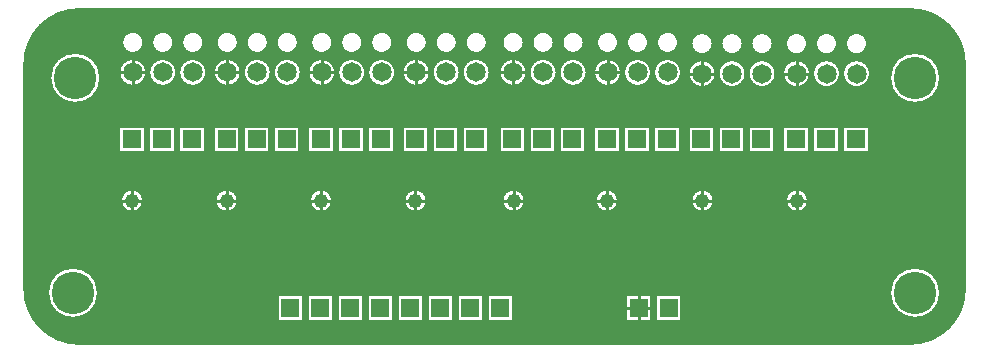
<source format=gbl>
G04 DesignSpark PCB Gerber Version 12.0 Build 5942*
%FSLAX35Y35*%
%MOMM*%
%ADD20R,1.52400X1.52400*%
%ADD13C,0.12700*%
%ADD12C,0.25400*%
%ADD18C,1.21920*%
%ADD71C,1.65000*%
%ADD19C,3.59000*%
X0Y0D02*
D02*
D12*
X42586200Y46601000D02*
X42535400D01*
X42601740Y45515000D02*
X42550940D01*
X42650000Y45466740D02*
Y45415940D01*
Y45563260D02*
Y45614060D01*
X42656000Y46531200D02*
Y46480400D01*
Y46670800D02*
Y46721600D01*
X42698260Y45515000D02*
X42749060D01*
X42725800Y46601000D02*
X42776600D01*
X43386200D02*
X43335400D01*
X43401740Y45515000D02*
X43350940D01*
X43450000Y45466740D02*
Y45415940D01*
Y45563260D02*
Y45614060D01*
X43456000Y46531200D02*
Y46480400D01*
Y46670800D02*
Y46721600D01*
X43498260Y45515000D02*
X43549060D01*
X43525800Y46601000D02*
X43576600D01*
X44186200D02*
X44135400D01*
X44201740Y45515000D02*
X44150940D01*
X44250000Y45466740D02*
Y45415940D01*
Y45563260D02*
Y45614060D01*
X44256000Y46531200D02*
Y46480400D01*
Y46670800D02*
Y46721600D01*
X44298260Y45515000D02*
X44349060D01*
X44325800Y46601000D02*
X44376600D01*
X44986200D02*
X44935400D01*
X45001740Y45515000D02*
X44950940D01*
X45050000Y45466740D02*
Y45415940D01*
Y45563260D02*
Y45614060D01*
X45056000Y46531200D02*
Y46480400D01*
Y46670800D02*
Y46721600D01*
X45098260Y45515000D02*
X45149060D01*
X45125800Y46601000D02*
X45176600D01*
X45806200D02*
X45755400D01*
X45831740Y45515000D02*
X45780940D01*
X45876000Y46531200D02*
Y46480400D01*
Y46670800D02*
Y46721600D01*
X45880000Y45466740D02*
Y45415940D01*
Y45563260D02*
Y45614060D01*
X45928260Y45515000D02*
X45979060D01*
X45945800Y46601000D02*
X45996600D01*
X46606200D02*
X46555400D01*
X46621740Y45515000D02*
X46570940D01*
X46670000Y45466740D02*
Y45415940D01*
Y45563260D02*
Y45614060D01*
X46676000Y46531200D02*
Y46480400D01*
Y46670800D02*
Y46721600D01*
X46718260Y45515000D02*
X46769060D01*
X46745800Y46601000D02*
X46796600D01*
X46876500Y44605000D02*
X46825700D01*
X46940000Y44541500D02*
Y44490700D01*
Y44668500D02*
Y44719300D01*
X47003500Y44605000D02*
X47054300D01*
X47406200Y46591000D02*
X47355400D01*
X47431740Y45515000D02*
X47380940D01*
X47476000Y46521200D02*
Y46470400D01*
Y46660800D02*
Y46711600D01*
X47480000Y45466740D02*
Y45415940D01*
Y45563260D02*
Y45614060D01*
X47528260Y45515000D02*
X47579060D01*
X47545800Y46591000D02*
X47596600D01*
X48206200D02*
X48155400D01*
X48231740Y45515000D02*
X48180940D01*
X48276000Y46521200D02*
Y46470400D01*
Y46660800D02*
Y46711600D01*
X48280000Y45466740D02*
Y45415940D01*
Y45563260D02*
Y45614060D01*
X48328260Y45515000D02*
X48379060D01*
X48345800Y46591000D02*
X48396600D01*
D02*
D13*
X41738100Y46675000D02*
Y44765000D01*
G75*
G03*
X42200000Y44303100I461900J0D01*
G01*
X49240000D01*
G75*
G03*
X49701900Y44765000I0J461900D01*
G01*
Y46675000D01*
G75*
G03*
X49240000Y47136900I-461900J0D01*
G01*
X42200000D01*
G75*
G03*
X41738100Y46675000I0J-461900D01*
G01*
X42656000Y46715250D02*
G75*
G02*
X42770250Y46601000I0J-114250D01*
G01*
G75*
G02*
X42656000Y46486750I-114250J0D01*
G01*
G75*
G02*
X42541750Y46601000I0J114250D01*
G01*
G75*
G02*
X42656000Y46715250I114250J0D01*
G01*
X42542050Y46142950D02*
X42757950D01*
Y45927050D01*
X42542050D01*
Y46142950D01*
X42557290Y45515000D02*
G75*
G02*
X42742710I92710J0D01*
G01*
G75*
G02*
X42557290I-92710J0D01*
G01*
X42656000Y46944250D02*
G75*
G02*
X42745250Y46855000I0J-89250D01*
G01*
G75*
G02*
X42656000Y46765750I-89250J0D01*
G01*
G75*
G02*
X42566750Y46855000I0J89250D01*
G01*
G75*
G02*
X42656000Y46944250I89250J0D01*
G01*
X42910000Y46715250D02*
G75*
G02*
X43024250Y46601000I0J-114250D01*
G01*
G75*
G02*
X42910000Y46486750I-114250J0D01*
G01*
G75*
G02*
X42795750Y46601000I0J114250D01*
G01*
G75*
G02*
X42910000Y46715250I114250J0D01*
G01*
X42796050Y46142950D02*
X43011950D01*
Y45927050D01*
X42796050D01*
Y46142950D01*
X42910000Y46944250D02*
G75*
G02*
X42999250Y46855000I0J-89250D01*
G01*
G75*
G02*
X42910000Y46765750I-89250J0D01*
G01*
G75*
G02*
X42820750Y46855000I0J89250D01*
G01*
G75*
G02*
X42910000Y46944250I89250J0D01*
G01*
X43164000Y46715250D02*
G75*
G02*
X43278250Y46601000I0J-114250D01*
G01*
G75*
G02*
X43164000Y46486750I-114250J0D01*
G01*
G75*
G02*
X43049750Y46601000I0J114250D01*
G01*
G75*
G02*
X43164000Y46715250I114250J0D01*
G01*
X43050050Y46142950D02*
X43265950D01*
Y45927050D01*
X43050050D01*
Y46142950D01*
X43164000Y46944250D02*
G75*
G02*
X43253250Y46855000I0J-89250D01*
G01*
G75*
G02*
X43164000Y46765750I-89250J0D01*
G01*
G75*
G02*
X43074750Y46855000I0J89250D01*
G01*
G75*
G02*
X43164000Y46944250I89250J0D01*
G01*
X43456000Y46715250D02*
G75*
G02*
X43570250Y46601000I0J-114250D01*
G01*
G75*
G02*
X43456000Y46486750I-114250J0D01*
G01*
G75*
G02*
X43341750Y46601000I0J114250D01*
G01*
G75*
G02*
X43456000Y46715250I114250J0D01*
G01*
X43342050Y46142950D02*
X43557950D01*
Y45927050D01*
X43342050D01*
Y46142950D01*
X43357290Y45515000D02*
G75*
G02*
X43542710I92710J0D01*
G01*
G75*
G02*
X43357290I-92710J0D01*
G01*
X43456000Y46944250D02*
G75*
G02*
X43545250Y46855000I0J-89250D01*
G01*
G75*
G02*
X43456000Y46765750I-89250J0D01*
G01*
G75*
G02*
X43366750Y46855000I0J89250D01*
G01*
G75*
G02*
X43456000Y46944250I89250J0D01*
G01*
X43710000Y46715250D02*
G75*
G02*
X43824250Y46601000I0J-114250D01*
G01*
G75*
G02*
X43710000Y46486750I-114250J0D01*
G01*
G75*
G02*
X43595750Y46601000I0J114250D01*
G01*
G75*
G02*
X43710000Y46715250I114250J0D01*
G01*
X43596050Y46142950D02*
X43811950D01*
Y45927050D01*
X43596050D01*
Y46142950D01*
X43710000Y46944250D02*
G75*
G02*
X43799250Y46855000I0J-89250D01*
G01*
G75*
G02*
X43710000Y46765750I-89250J0D01*
G01*
G75*
G02*
X43620750Y46855000I0J89250D01*
G01*
G75*
G02*
X43710000Y46944250I89250J0D01*
G01*
X43964000Y46715250D02*
G75*
G02*
X44078250Y46601000I0J-114250D01*
G01*
G75*
G02*
X43964000Y46486750I-114250J0D01*
G01*
G75*
G02*
X43849750Y46601000I0J114250D01*
G01*
G75*
G02*
X43964000Y46715250I114250J0D01*
G01*
X43850050Y46142950D02*
X44065950D01*
Y45927050D01*
X43850050D01*
Y46142950D01*
X43882050Y44712950D02*
X44097950D01*
Y44497050D01*
X43882050D01*
Y44712950D01*
X43964000Y46944250D02*
G75*
G02*
X44053250Y46855000I0J-89250D01*
G01*
G75*
G02*
X43964000Y46765750I-89250J0D01*
G01*
G75*
G02*
X43874750Y46855000I0J89250D01*
G01*
G75*
G02*
X43964000Y46944250I89250J0D01*
G01*
X44136050Y44712950D02*
X44351950D01*
Y44497050D01*
X44136050D01*
Y44712950D01*
X44256000Y46715250D02*
G75*
G02*
X44370250Y46601000I0J-114250D01*
G01*
G75*
G02*
X44256000Y46486750I-114250J0D01*
G01*
G75*
G02*
X44141750Y46601000I0J114250D01*
G01*
G75*
G02*
X44256000Y46715250I114250J0D01*
G01*
X44142050Y46142950D02*
X44357950D01*
Y45927050D01*
X44142050D01*
Y46142950D01*
X44157290Y45515000D02*
G75*
G02*
X44342710I92710J0D01*
G01*
G75*
G02*
X44157290I-92710J0D01*
G01*
X44256000Y46944250D02*
G75*
G02*
X44345250Y46855000I0J-89250D01*
G01*
G75*
G02*
X44256000Y46765750I-89250J0D01*
G01*
G75*
G02*
X44166750Y46855000I0J89250D01*
G01*
G75*
G02*
X44256000Y46944250I89250J0D01*
G01*
X44390050Y44712950D02*
X44605950D01*
Y44497050D01*
X44390050D01*
Y44712950D01*
X44510000Y46715250D02*
G75*
G02*
X44624250Y46601000I0J-114250D01*
G01*
G75*
G02*
X44510000Y46486750I-114250J0D01*
G01*
G75*
G02*
X44395750Y46601000I0J114250D01*
G01*
G75*
G02*
X44510000Y46715250I114250J0D01*
G01*
X44396050Y46142950D02*
X44611950D01*
Y45927050D01*
X44396050D01*
Y46142950D01*
X44510000Y46944250D02*
G75*
G02*
X44599250Y46855000I0J-89250D01*
G01*
G75*
G02*
X44510000Y46765750I-89250J0D01*
G01*
G75*
G02*
X44420750Y46855000I0J89250D01*
G01*
G75*
G02*
X44510000Y46944250I89250J0D01*
G01*
X44644050Y44712950D02*
X44859950D01*
Y44497050D01*
X44644050D01*
Y44712950D01*
X44764000Y46715250D02*
G75*
G02*
X44878250Y46601000I0J-114250D01*
G01*
G75*
G02*
X44764000Y46486750I-114250J0D01*
G01*
G75*
G02*
X44649750Y46601000I0J114250D01*
G01*
G75*
G02*
X44764000Y46715250I114250J0D01*
G01*
X44650050Y46142950D02*
X44865950D01*
Y45927050D01*
X44650050D01*
Y46142950D01*
X44764000Y46944250D02*
G75*
G02*
X44853250Y46855000I0J-89250D01*
G01*
G75*
G02*
X44764000Y46765750I-89250J0D01*
G01*
G75*
G02*
X44674750Y46855000I0J89250D01*
G01*
G75*
G02*
X44764000Y46944250I89250J0D01*
G01*
X44898050Y44712950D02*
X45113950D01*
Y44497050D01*
X44898050D01*
Y44712950D01*
X45056000Y46715250D02*
G75*
G02*
X45170250Y46601000I0J-114250D01*
G01*
G75*
G02*
X45056000Y46486750I-114250J0D01*
G01*
G75*
G02*
X44941750Y46601000I0J114250D01*
G01*
G75*
G02*
X45056000Y46715250I114250J0D01*
G01*
X44942050Y46142950D02*
X45157950D01*
Y45927050D01*
X44942050D01*
Y46142950D01*
X44957290Y45515000D02*
G75*
G02*
X45142710I92710J0D01*
G01*
G75*
G02*
X44957290I-92710J0D01*
G01*
X45152050Y44712950D02*
X45367950D01*
Y44497050D01*
X45152050D01*
Y44712950D01*
X45056000Y46944250D02*
G75*
G02*
X45145250Y46855000I0J-89250D01*
G01*
G75*
G02*
X45056000Y46765750I-89250J0D01*
G01*
G75*
G02*
X44966750Y46855000I0J89250D01*
G01*
G75*
G02*
X45056000Y46944250I89250J0D01*
G01*
X45310000Y46715250D02*
G75*
G02*
X45424250Y46601000I0J-114250D01*
G01*
G75*
G02*
X45310000Y46486750I-114250J0D01*
G01*
G75*
G02*
X45195750Y46601000I0J114250D01*
G01*
G75*
G02*
X45310000Y46715250I114250J0D01*
G01*
X45196050Y46142950D02*
X45411950D01*
Y45927050D01*
X45196050D01*
Y46142950D01*
X45406050Y44712950D02*
X45621950D01*
Y44497050D01*
X45406050D01*
Y44712950D01*
X45310000Y46944250D02*
G75*
G02*
X45399250Y46855000I0J-89250D01*
G01*
G75*
G02*
X45310000Y46765750I-89250J0D01*
G01*
G75*
G02*
X45220750Y46855000I0J89250D01*
G01*
G75*
G02*
X45310000Y46944250I89250J0D01*
G01*
X45564000Y46715250D02*
G75*
G02*
X45678250Y46601000I0J-114250D01*
G01*
G75*
G02*
X45564000Y46486750I-114250J0D01*
G01*
G75*
G02*
X45449750Y46601000I0J114250D01*
G01*
G75*
G02*
X45564000Y46715250I114250J0D01*
G01*
X45450050Y46142950D02*
X45665950D01*
Y45927050D01*
X45450050D01*
Y46142950D01*
X45660050Y44712950D02*
X45875950D01*
Y44497050D01*
X45660050D01*
Y44712950D01*
X45564000Y46944250D02*
G75*
G02*
X45653250Y46855000I0J-89250D01*
G01*
G75*
G02*
X45564000Y46765750I-89250J0D01*
G01*
G75*
G02*
X45474750Y46855000I0J89250D01*
G01*
G75*
G02*
X45564000Y46944250I89250J0D01*
G01*
X45876000Y46715250D02*
G75*
G02*
X45990250Y46601000I0J-114250D01*
G01*
G75*
G02*
X45876000Y46486750I-114250J0D01*
G01*
G75*
G02*
X45761750Y46601000I0J114250D01*
G01*
G75*
G02*
X45876000Y46715250I114250J0D01*
G01*
X45762050Y46142950D02*
X45977950D01*
Y45927050D01*
X45762050D01*
Y46142950D01*
X45787290Y45515000D02*
G75*
G02*
X45972710I92710J0D01*
G01*
G75*
G02*
X45787290I-92710J0D01*
G01*
X45876000Y46944250D02*
G75*
G02*
X45965250Y46855000I0J-89250D01*
G01*
G75*
G02*
X45876000Y46765750I-89250J0D01*
G01*
G75*
G02*
X45786750Y46855000I0J89250D01*
G01*
G75*
G02*
X45876000Y46944250I89250J0D01*
G01*
X46130000Y46715250D02*
G75*
G02*
X46244250Y46601000I0J-114250D01*
G01*
G75*
G02*
X46130000Y46486750I-114250J0D01*
G01*
G75*
G02*
X46015750Y46601000I0J114250D01*
G01*
G75*
G02*
X46130000Y46715250I114250J0D01*
G01*
X46016050Y46142950D02*
X46231950D01*
Y45927050D01*
X46016050D01*
Y46142950D01*
X46130000Y46944250D02*
G75*
G02*
X46219250Y46855000I0J-89250D01*
G01*
G75*
G02*
X46130000Y46765750I-89250J0D01*
G01*
G75*
G02*
X46040750Y46855000I0J89250D01*
G01*
G75*
G02*
X46130000Y46944250I89250J0D01*
G01*
X46384000Y46715250D02*
G75*
G02*
X46498250Y46601000I0J-114250D01*
G01*
G75*
G02*
X46384000Y46486750I-114250J0D01*
G01*
G75*
G02*
X46269750Y46601000I0J114250D01*
G01*
G75*
G02*
X46384000Y46715250I114250J0D01*
G01*
X46270050Y46142950D02*
X46485950D01*
Y45927050D01*
X46270050D01*
Y46142950D01*
X46384000Y46944250D02*
G75*
G02*
X46473250Y46855000I0J-89250D01*
G01*
G75*
G02*
X46384000Y46765750I-89250J0D01*
G01*
G75*
G02*
X46294750Y46855000I0J89250D01*
G01*
G75*
G02*
X46384000Y46944250I89250J0D01*
G01*
X46676000Y46715250D02*
G75*
G02*
X46790250Y46601000I0J-114250D01*
G01*
G75*
G02*
X46676000Y46486750I-114250J0D01*
G01*
G75*
G02*
X46561750Y46601000I0J114250D01*
G01*
G75*
G02*
X46676000Y46715250I114250J0D01*
G01*
X46562050Y46142950D02*
X46777950D01*
Y45927050D01*
X46562050D01*
Y46142950D01*
X46577290Y45515000D02*
G75*
G02*
X46762710I92710J0D01*
G01*
G75*
G02*
X46577290I-92710J0D01*
G01*
X46676000Y46944250D02*
G75*
G02*
X46765250Y46855000I0J-89250D01*
G01*
G75*
G02*
X46676000Y46765750I-89250J0D01*
G01*
G75*
G02*
X46586750Y46855000I0J89250D01*
G01*
G75*
G02*
X46676000Y46944250I89250J0D01*
G01*
X46930000Y46715250D02*
G75*
G02*
X47044250Y46601000I0J-114250D01*
G01*
G75*
G02*
X46930000Y46486750I-114250J0D01*
G01*
G75*
G02*
X46815750Y46601000I0J114250D01*
G01*
G75*
G02*
X46930000Y46715250I114250J0D01*
G01*
X46816050Y46142950D02*
X47031950D01*
Y45927050D01*
X46816050D01*
Y46142950D01*
X46832050Y44712950D02*
X47047950D01*
Y44497050D01*
X46832050D01*
Y44712950D01*
X46930000Y46944250D02*
G75*
G02*
X47019250Y46855000I0J-89250D01*
G01*
G75*
G02*
X46930000Y46765750I-89250J0D01*
G01*
G75*
G02*
X46840750Y46855000I0J89250D01*
G01*
G75*
G02*
X46930000Y46944250I89250J0D01*
G01*
X47184000Y46715250D02*
G75*
G02*
X47298250Y46601000I0J-114250D01*
G01*
G75*
G02*
X47184000Y46486750I-114250J0D01*
G01*
G75*
G02*
X47069750Y46601000I0J114250D01*
G01*
G75*
G02*
X47184000Y46715250I114250J0D01*
G01*
X47070050Y46142950D02*
X47285950D01*
Y45927050D01*
X47070050D01*
Y46142950D01*
X47086050Y44712950D02*
X47301950D01*
Y44497050D01*
X47086050D01*
Y44712950D01*
X47184000Y46944250D02*
G75*
G02*
X47273250Y46855000I0J-89250D01*
G01*
G75*
G02*
X47184000Y46765750I-89250J0D01*
G01*
G75*
G02*
X47094750Y46855000I0J89250D01*
G01*
G75*
G02*
X47184000Y46944250I89250J0D01*
G01*
X47476000Y46705250D02*
G75*
G02*
X47590250Y46591000I0J-114250D01*
G01*
G75*
G02*
X47476000Y46476750I-114250J0D01*
G01*
G75*
G02*
X47361750Y46591000I0J114250D01*
G01*
G75*
G02*
X47476000Y46705250I114250J0D01*
G01*
X47362050Y46142950D02*
X47577950D01*
Y45927050D01*
X47362050D01*
Y46142950D01*
X47387290Y45515000D02*
G75*
G02*
X47572710I92710J0D01*
G01*
G75*
G02*
X47387290I-92710J0D01*
G01*
X47476000Y46934250D02*
G75*
G02*
X47565250Y46845000I0J-89250D01*
G01*
G75*
G02*
X47476000Y46755750I-89250J0D01*
G01*
G75*
G02*
X47386750Y46845000I0J89250D01*
G01*
G75*
G02*
X47476000Y46934250I89250J0D01*
G01*
X47730000Y46705250D02*
G75*
G02*
X47844250Y46591000I0J-114250D01*
G01*
G75*
G02*
X47730000Y46476750I-114250J0D01*
G01*
G75*
G02*
X47615750Y46591000I0J114250D01*
G01*
G75*
G02*
X47730000Y46705250I114250J0D01*
G01*
X47616050Y46142950D02*
X47831950D01*
Y45927050D01*
X47616050D01*
Y46142950D01*
X47730000Y46934250D02*
G75*
G02*
X47819250Y46845000I0J-89250D01*
G01*
G75*
G02*
X47730000Y46755750I-89250J0D01*
G01*
G75*
G02*
X47640750Y46845000I0J89250D01*
G01*
G75*
G02*
X47730000Y46934250I89250J0D01*
G01*
X47984000Y46705250D02*
G75*
G02*
X48098250Y46591000I0J-114250D01*
G01*
G75*
G02*
X47984000Y46476750I-114250J0D01*
G01*
G75*
G02*
X47869750Y46591000I0J114250D01*
G01*
G75*
G02*
X47984000Y46705250I114250J0D01*
G01*
X47870050Y46142950D02*
X48085950D01*
Y45927050D01*
X47870050D01*
Y46142950D01*
X47984000Y46934250D02*
G75*
G02*
X48073250Y46845000I0J-89250D01*
G01*
G75*
G02*
X47984000Y46755750I-89250J0D01*
G01*
G75*
G02*
X47894750Y46845000I0J89250D01*
G01*
G75*
G02*
X47984000Y46934250I89250J0D01*
G01*
X48276000Y46705250D02*
G75*
G02*
X48390250Y46591000I0J-114250D01*
G01*
G75*
G02*
X48276000Y46476750I-114250J0D01*
G01*
G75*
G02*
X48161750Y46591000I0J114250D01*
G01*
G75*
G02*
X48276000Y46705250I114250J0D01*
G01*
X48162050Y46142950D02*
X48377950D01*
Y45927050D01*
X48162050D01*
Y46142950D01*
X48187290Y45515000D02*
G75*
G02*
X48372710I92710J0D01*
G01*
G75*
G02*
X48187290I-92710J0D01*
G01*
X48276000Y46934250D02*
G75*
G02*
X48365250Y46845000I0J-89250D01*
G01*
G75*
G02*
X48276000Y46755750I-89250J0D01*
G01*
G75*
G02*
X48186750Y46845000I0J89250D01*
G01*
G75*
G02*
X48276000Y46934250I89250J0D01*
G01*
X48530000Y46705250D02*
G75*
G02*
X48644250Y46591000I0J-114250D01*
G01*
G75*
G02*
X48530000Y46476750I-114250J0D01*
G01*
G75*
G02*
X48415750Y46591000I0J114250D01*
G01*
G75*
G02*
X48530000Y46705250I114250J0D01*
G01*
X48416050Y46142950D02*
X48631950D01*
Y45927050D01*
X48416050D01*
Y46142950D01*
X48530000Y46934250D02*
G75*
G02*
X48619250Y46845000I0J-89250D01*
G01*
G75*
G02*
X48530000Y46755750I-89250J0D01*
G01*
G75*
G02*
X48440750Y46845000I0J89250D01*
G01*
G75*
G02*
X48530000Y46934250I89250J0D01*
G01*
X48784000Y46705250D02*
G75*
G02*
X48898250Y46591000I0J-114250D01*
G01*
G75*
G02*
X48784000Y46476750I-114250J0D01*
G01*
G75*
G02*
X48669750Y46591000I0J114250D01*
G01*
G75*
G02*
X48784000Y46705250I114250J0D01*
G01*
X48670050Y46142950D02*
X48885950D01*
Y45927050D01*
X48670050D01*
Y46142950D01*
X48784000Y46934250D02*
G75*
G02*
X48873250Y46845000I0J-89250D01*
G01*
G75*
G02*
X48784000Y46755750I-89250J0D01*
G01*
G75*
G02*
X48694750Y46845000I0J89250D01*
G01*
G75*
G02*
X48784000Y46934250I89250J0D01*
G01*
X49068750Y44735000D02*
G75*
G02*
X49491250I211250J0D01*
G01*
G75*
G02*
X49068750I-211250J0D01*
G01*
Y46555000D02*
G75*
G02*
X49491250I211250J0D01*
G01*
G75*
G02*
X49068750I-211250J0D01*
G01*
X41938750Y44735000D02*
G75*
G02*
X42361250I211250J0D01*
G01*
G75*
G02*
X41938750I-211250J0D01*
G01*
X41958750Y46555000D02*
G75*
G02*
X42381250I211250J0D01*
G01*
G75*
G02*
X41958750I-211250J0D01*
G01*
X41983490Y44605000D02*
G36*
X41983490Y44605000D02*
X41766700D01*
G75*
G03*
X42123680Y44309450I433310J160010D01*
G01*
X49316320D01*
G75*
G03*
X49673300Y44605000I-76330J455560D01*
G01*
X49446510D01*
G75*
G02*
X49113490I-166510J130000D01*
G01*
X47301950D01*
Y44497050D01*
X47086050D01*
Y44605000D01*
X47047950D01*
Y44497050D01*
X46832050D01*
Y44605000D01*
X45875950D01*
Y44497050D01*
X45660050D01*
Y44605000D01*
X45621950D01*
Y44497050D01*
X45406050D01*
Y44605000D01*
X45367950D01*
Y44497050D01*
X45152050D01*
Y44605000D01*
X45113950D01*
Y44497050D01*
X44898050D01*
Y44605000D01*
X44859950D01*
Y44497050D01*
X44644050D01*
Y44605000D01*
X44605950D01*
Y44497050D01*
X44390050D01*
Y44605000D01*
X44351950D01*
Y44497050D01*
X44136050D01*
Y44605000D01*
X44097950D01*
Y44497050D01*
X43882050D01*
Y44605000D01*
X42316510D01*
G75*
G02*
X41983490I-166510J130000D01*
G01*
G37*
X41744450Y45515000D02*
G36*
X41744450Y45515000D02*
Y44688680D01*
G75*
G03*
X41766700Y44605000I455570J76330D01*
G01*
X41983490D01*
G75*
G02*
X41938750Y44735000I166520J130010D01*
G01*
G75*
G02*
X42361250I211250J0D01*
G01*
G75*
G02*
X42316510Y44605000I-211260J10D01*
G01*
X43882050D01*
Y44712950D01*
X44097950D01*
Y44605000D01*
X44136050D01*
Y44712950D01*
X44351950D01*
Y44605000D01*
X44390050D01*
Y44712950D01*
X44605950D01*
Y44605000D01*
X44644050D01*
Y44712950D01*
X44859950D01*
Y44605000D01*
X44898050D01*
Y44712950D01*
X45113950D01*
Y44605000D01*
X45152050D01*
Y44712950D01*
X45367950D01*
Y44605000D01*
X45406050D01*
Y44712950D01*
X45621950D01*
Y44605000D01*
X45660050D01*
Y44712950D01*
X45875950D01*
Y44605000D01*
X46832050D01*
Y44712950D01*
X47047950D01*
Y44605000D01*
X47086050D01*
Y44712950D01*
X47301950D01*
Y44605000D01*
X49113490D01*
G75*
G02*
X49068750Y44735000I166520J130010D01*
G01*
G75*
G02*
X49491250I211250J0D01*
G01*
G75*
G02*
X49446510Y44605000I-211260J10D01*
G01*
X49673300D01*
G75*
G03*
X49695550Y44688680I-433320J160010D01*
G01*
Y45515000D01*
X48372710D01*
G75*
G02*
X48187290I-92710J0D01*
G01*
X47572710D01*
G75*
G02*
X47387290I-92710J0D01*
G01*
X46762710D01*
G75*
G02*
X46577290I-92710J0D01*
G01*
X45972710D01*
G75*
G02*
X45787290I-92710J0D01*
G01*
X45142710D01*
G75*
G02*
X44957290I-92710J0D01*
G01*
X44342710D01*
G75*
G02*
X44157290I-92710J0D01*
G01*
X43542710D01*
G75*
G02*
X43357290I-92710J0D01*
G01*
X42742710D01*
G75*
G02*
X42557290I-92710J0D01*
G01*
X41744450D01*
G37*
Y46035000D02*
G36*
X41744450Y46035000D02*
Y45515000D01*
X42557290D01*
G75*
G02*
X42742710I92710J0D01*
G01*
X43357290D01*
G75*
G02*
X43542710I92710J0D01*
G01*
X44157290D01*
G75*
G02*
X44342710I92710J0D01*
G01*
X44957290D01*
G75*
G02*
X45142710I92710J0D01*
G01*
X45787290D01*
G75*
G02*
X45972710I92710J0D01*
G01*
X46577290D01*
G75*
G02*
X46762710I92710J0D01*
G01*
X47387290D01*
G75*
G02*
X47572710I92710J0D01*
G01*
X48187290D01*
G75*
G02*
X48372710I92710J0D01*
G01*
X49695550D01*
Y46035000D01*
X48885950D01*
Y45927050D01*
X48670050D01*
Y46035000D01*
X48631950D01*
Y45927050D01*
X48416050D01*
Y46035000D01*
X48377950D01*
Y45927050D01*
X48162050D01*
Y46035000D01*
X48085950D01*
Y45927050D01*
X47870050D01*
Y46035000D01*
X47831950D01*
Y45927050D01*
X47616050D01*
Y46035000D01*
X47577950D01*
Y45927050D01*
X47362050D01*
Y46035000D01*
X47285950D01*
Y45927050D01*
X47070050D01*
Y46035000D01*
X47031950D01*
Y45927050D01*
X46816050D01*
Y46035000D01*
X46777950D01*
Y45927050D01*
X46562050D01*
Y46035000D01*
X46485950D01*
Y45927050D01*
X46270050D01*
Y46035000D01*
X46231950D01*
Y45927050D01*
X46016050D01*
Y46035000D01*
X45977950D01*
Y45927050D01*
X45762050D01*
Y46035000D01*
X45665950D01*
Y45927050D01*
X45450050D01*
Y46035000D01*
X45411950D01*
Y45927050D01*
X45196050D01*
Y46035000D01*
X45157950D01*
Y45927050D01*
X44942050D01*
Y46035000D01*
X44865950D01*
Y45927050D01*
X44650050D01*
Y46035000D01*
X44611950D01*
Y45927050D01*
X44396050D01*
Y46035000D01*
X44357950D01*
Y45927050D01*
X44142050D01*
Y46035000D01*
X44065950D01*
Y45927050D01*
X43850050D01*
Y46035000D01*
X43811950D01*
Y45927050D01*
X43596050D01*
Y46035000D01*
X43557950D01*
Y45927050D01*
X43342050D01*
Y46035000D01*
X43265950D01*
Y45927050D01*
X43050050D01*
Y46035000D01*
X43011950D01*
Y45927050D01*
X42796050D01*
Y46035000D01*
X42757950D01*
Y45927050D01*
X42542050D01*
Y46035000D01*
X41744450D01*
G37*
Y46601000D02*
G36*
X41744450Y46601000D02*
Y46035000D01*
X42542050D01*
Y46142950D01*
X42757950D01*
Y46035000D01*
X42796050D01*
Y46142950D01*
X43011950D01*
Y46035000D01*
X43050050D01*
Y46142950D01*
X43265950D01*
Y46035000D01*
X43342050D01*
Y46142950D01*
X43557950D01*
Y46035000D01*
X43596050D01*
Y46142950D01*
X43811950D01*
Y46035000D01*
X43850050D01*
Y46142950D01*
X44065950D01*
Y46035000D01*
X44142050D01*
Y46142950D01*
X44357950D01*
Y46035000D01*
X44396050D01*
Y46142950D01*
X44611950D01*
Y46035000D01*
X44650050D01*
Y46142950D01*
X44865950D01*
Y46035000D01*
X44942050D01*
Y46142950D01*
X45157950D01*
Y46035000D01*
X45196050D01*
Y46142950D01*
X45411950D01*
Y46035000D01*
X45450050D01*
Y46142950D01*
X45665950D01*
Y46035000D01*
X45762050D01*
Y46142950D01*
X45977950D01*
Y46035000D01*
X46016050D01*
Y46142950D01*
X46231950D01*
Y46035000D01*
X46270050D01*
Y46142950D01*
X46485950D01*
Y46035000D01*
X46562050D01*
Y46142950D01*
X46777950D01*
Y46035000D01*
X46816050D01*
Y46142950D01*
X47031950D01*
Y46035000D01*
X47070050D01*
Y46142950D01*
X47285950D01*
Y46035000D01*
X47362050D01*
Y46142950D01*
X47577950D01*
Y46035000D01*
X47616050D01*
Y46142950D01*
X47831950D01*
Y46035000D01*
X47870050D01*
Y46142950D01*
X48085950D01*
Y46035000D01*
X48162050D01*
Y46142950D01*
X48377950D01*
Y46035000D01*
X48416050D01*
Y46142950D01*
X48631950D01*
Y46035000D01*
X48670050D01*
Y46142950D01*
X48885950D01*
Y46035000D01*
X49695550D01*
Y46601000D01*
X49486180D01*
G75*
G02*
X49491250Y46555000I-206180J-46000D01*
G01*
G75*
G02*
X49068750I-211250J0D01*
G01*
G75*
G02*
X49073820Y46601000I211250J0D01*
G01*
X48897810D01*
G75*
G02*
X48898250Y46591010I-113820J-10020D01*
G01*
G75*
G02*
Y46591000I-114590J0D01*
G01*
G75*
G02*
Y46590990I-114590J0D01*
G01*
G75*
G02*
X48784000Y46476750I-114250J0D01*
G01*
G75*
G02*
X48669750Y46590990I0J114240D01*
G01*
G75*
G02*
Y46591000I114590J10D01*
G01*
G75*
G02*
Y46591010I114590J10D01*
G01*
G75*
G02*
X48670190Y46601000I114260J-30D01*
G01*
X48643810D01*
G75*
G02*
X48644250Y46591010I-113820J-10020D01*
G01*
G75*
G02*
Y46591000I-114590J0D01*
G01*
G75*
G02*
Y46590990I-114590J0D01*
G01*
G75*
G02*
X48530000Y46476750I-114250J0D01*
G01*
G75*
G02*
X48415750Y46590990I0J114240D01*
G01*
G75*
G02*
Y46591000I114590J10D01*
G01*
G75*
G02*
Y46591010I114590J10D01*
G01*
G75*
G02*
X48416190Y46601000I114260J-30D01*
G01*
X48389810D01*
G75*
G02*
X48390250Y46591010I-113820J-10020D01*
G01*
G75*
G02*
Y46591000I-114590J0D01*
G01*
G75*
G02*
Y46590990I-114590J0D01*
G01*
G75*
G02*
X48276000Y46476750I-114250J0D01*
G01*
G75*
G02*
X48161750Y46590990I0J114240D01*
G01*
G75*
G02*
Y46591000I114590J10D01*
G01*
G75*
G02*
Y46591010I114590J10D01*
G01*
G75*
G02*
X48162190Y46601000I114260J-30D01*
G01*
X48097810D01*
G75*
G02*
X48098250Y46591010I-113820J-10020D01*
G01*
G75*
G02*
Y46591000I-114590J0D01*
G01*
G75*
G02*
Y46590990I-114590J0D01*
G01*
G75*
G02*
X47984000Y46476750I-114250J0D01*
G01*
G75*
G02*
X47869750Y46590990I0J114240D01*
G01*
G75*
G02*
Y46591000I114590J10D01*
G01*
G75*
G02*
Y46591010I114590J10D01*
G01*
G75*
G02*
X47870190Y46601000I114260J-30D01*
G01*
X47843810D01*
G75*
G02*
X47844250Y46591010I-113820J-10020D01*
G01*
G75*
G02*
Y46591000I-114590J0D01*
G01*
G75*
G02*
Y46590990I-114590J0D01*
G01*
G75*
G02*
X47730000Y46476750I-114250J0D01*
G01*
G75*
G02*
X47615750Y46590990I0J114240D01*
G01*
G75*
G02*
Y46591000I114590J10D01*
G01*
G75*
G02*
Y46591010I114590J10D01*
G01*
G75*
G02*
X47616190Y46601000I114260J-30D01*
G01*
X47589810D01*
G75*
G02*
X47590250Y46591010I-113820J-10020D01*
G01*
G75*
G02*
Y46591000I-114590J0D01*
G01*
G75*
G02*
Y46590990I-114590J0D01*
G01*
G75*
G02*
X47476000Y46476750I-114250J0D01*
G01*
G75*
G02*
X47361750Y46590990I0J114240D01*
G01*
G75*
G02*
Y46591000I114590J10D01*
G01*
G75*
G02*
Y46591010I114590J10D01*
G01*
G75*
G02*
X47362190Y46601000I114260J-30D01*
G01*
X47298250D01*
G75*
G02*
Y46600990I-114590J0D01*
G01*
G75*
G02*
X47184000Y46486750I-114250J0D01*
G01*
G75*
G02*
X47069750Y46600990I0J114240D01*
G01*
G75*
G02*
Y46601000I114590J10D01*
G01*
X47044250D01*
G75*
G02*
Y46600990I-114590J0D01*
G01*
G75*
G02*
X46930000Y46486750I-114250J0D01*
G01*
G75*
G02*
X46815750Y46600990I0J114240D01*
G01*
G75*
G02*
Y46601000I114590J10D01*
G01*
X46790250D01*
G75*
G02*
Y46600990I-114590J0D01*
G01*
G75*
G02*
X46676000Y46486750I-114250J0D01*
G01*
G75*
G02*
X46561750Y46600990I0J114240D01*
G01*
G75*
G02*
Y46601000I114590J10D01*
G01*
X46498250D01*
G75*
G02*
Y46600990I-114590J0D01*
G01*
G75*
G02*
X46384000Y46486750I-114250J0D01*
G01*
G75*
G02*
X46269750Y46600990I0J114240D01*
G01*
G75*
G02*
Y46601000I114590J10D01*
G01*
X46244250D01*
G75*
G02*
Y46600990I-114590J0D01*
G01*
G75*
G02*
X46130000Y46486750I-114250J0D01*
G01*
G75*
G02*
X46015750Y46600990I0J114240D01*
G01*
G75*
G02*
Y46601000I114590J10D01*
G01*
X45990250D01*
G75*
G02*
Y46600990I-114590J0D01*
G01*
G75*
G02*
X45876000Y46486750I-114250J0D01*
G01*
G75*
G02*
X45761750Y46600990I0J114240D01*
G01*
G75*
G02*
Y46601000I114590J10D01*
G01*
X45678250D01*
G75*
G02*
Y46600990I-114590J0D01*
G01*
G75*
G02*
X45564000Y46486750I-114250J0D01*
G01*
G75*
G02*
X45449750Y46600990I0J114240D01*
G01*
G75*
G02*
Y46601000I114590J10D01*
G01*
X45424250D01*
G75*
G02*
Y46600990I-114590J0D01*
G01*
G75*
G02*
X45310000Y46486750I-114250J0D01*
G01*
G75*
G02*
X45195750Y46600990I0J114240D01*
G01*
G75*
G02*
Y46601000I114590J10D01*
G01*
X45170250D01*
G75*
G02*
Y46600990I-114590J0D01*
G01*
G75*
G02*
X45056000Y46486750I-114250J0D01*
G01*
G75*
G02*
X44941750Y46600990I0J114240D01*
G01*
G75*
G02*
Y46601000I114590J10D01*
G01*
X44878250D01*
G75*
G02*
Y46600990I-114590J0D01*
G01*
G75*
G02*
X44764000Y46486750I-114250J0D01*
G01*
G75*
G02*
X44649750Y46600990I0J114240D01*
G01*
G75*
G02*
Y46601000I114590J10D01*
G01*
X44624250D01*
G75*
G02*
Y46600990I-114590J0D01*
G01*
G75*
G02*
X44510000Y46486750I-114250J0D01*
G01*
G75*
G02*
X44395750Y46600990I0J114240D01*
G01*
G75*
G02*
Y46601000I114590J10D01*
G01*
X44370250D01*
G75*
G02*
Y46600990I-114590J0D01*
G01*
G75*
G02*
X44256000Y46486750I-114250J0D01*
G01*
G75*
G02*
X44141750Y46600990I0J114240D01*
G01*
G75*
G02*
Y46601000I114590J10D01*
G01*
X44078250D01*
G75*
G02*
Y46600990I-114590J0D01*
G01*
G75*
G02*
X43964000Y46486750I-114250J0D01*
G01*
G75*
G02*
X43849750Y46600990I0J114240D01*
G01*
G75*
G02*
Y46601000I114590J10D01*
G01*
X43824250D01*
G75*
G02*
Y46600990I-114590J0D01*
G01*
G75*
G02*
X43710000Y46486750I-114250J0D01*
G01*
G75*
G02*
X43595750Y46600990I0J114240D01*
G01*
G75*
G02*
Y46601000I114590J10D01*
G01*
X43570250D01*
G75*
G02*
Y46600990I-114590J0D01*
G01*
G75*
G02*
X43456000Y46486750I-114250J0D01*
G01*
G75*
G02*
X43341750Y46600990I0J114240D01*
G01*
G75*
G02*
Y46601000I114590J10D01*
G01*
X43278250D01*
G75*
G02*
Y46600990I-114590J0D01*
G01*
G75*
G02*
X43164000Y46486750I-114250J0D01*
G01*
G75*
G02*
X43049750Y46600990I0J114240D01*
G01*
G75*
G02*
Y46601000I114590J10D01*
G01*
X43024250D01*
G75*
G02*
Y46600990I-114590J0D01*
G01*
G75*
G02*
X42910000Y46486750I-114250J0D01*
G01*
G75*
G02*
X42795750Y46600990I0J114240D01*
G01*
G75*
G02*
Y46601000I114590J10D01*
G01*
X42770250D01*
G75*
G02*
Y46600990I-114590J0D01*
G01*
G75*
G02*
X42656000Y46486750I-114250J0D01*
G01*
G75*
G02*
X42541750Y46600990I0J114240D01*
G01*
G75*
G02*
Y46601000I114590J10D01*
G01*
X42376180D01*
G75*
G02*
X42381250Y46555000I-206180J-46000D01*
G01*
G75*
G02*
X41958750I-211250J0D01*
G01*
G75*
G02*
X41963820Y46601000I211250J0D01*
G01*
X41744450D01*
G37*
Y46751320D02*
G36*
X41744450Y46751320D02*
Y46601000D01*
X41963820D01*
G75*
G02*
X42376180I206180J-46000D01*
G01*
X42541750D01*
G75*
G02*
Y46601010I114590J10D01*
G01*
G75*
G02*
X42656000Y46715250I114250J0D01*
G01*
G75*
G02*
X42770250Y46601010I0J-114240D01*
G01*
G75*
G02*
Y46601000I-114590J0D01*
G01*
X42795750D01*
G75*
G02*
Y46601010I114590J10D01*
G01*
G75*
G02*
X42910000Y46715250I114250J0D01*
G01*
G75*
G02*
X43024250Y46601010I0J-114240D01*
G01*
G75*
G02*
Y46601000I-114590J0D01*
G01*
X43049750D01*
G75*
G02*
Y46601010I114590J10D01*
G01*
G75*
G02*
X43164000Y46715250I114250J0D01*
G01*
G75*
G02*
X43278250Y46601010I0J-114240D01*
G01*
G75*
G02*
Y46601000I-114590J0D01*
G01*
X43341750D01*
G75*
G02*
Y46601010I114590J10D01*
G01*
G75*
G02*
X43456000Y46715250I114250J0D01*
G01*
G75*
G02*
X43570250Y46601010I0J-114240D01*
G01*
G75*
G02*
Y46601000I-114590J0D01*
G01*
X43595750D01*
G75*
G02*
Y46601010I114590J10D01*
G01*
G75*
G02*
X43710000Y46715250I114250J0D01*
G01*
G75*
G02*
X43824250Y46601010I0J-114240D01*
G01*
G75*
G02*
Y46601000I-114590J0D01*
G01*
X43849750D01*
G75*
G02*
Y46601010I114590J10D01*
G01*
G75*
G02*
X43964000Y46715250I114250J0D01*
G01*
G75*
G02*
X44078250Y46601010I0J-114240D01*
G01*
G75*
G02*
Y46601000I-114590J0D01*
G01*
X44141750D01*
G75*
G02*
Y46601010I114590J10D01*
G01*
G75*
G02*
X44256000Y46715250I114250J0D01*
G01*
G75*
G02*
X44370250Y46601010I0J-114240D01*
G01*
G75*
G02*
Y46601000I-114590J0D01*
G01*
X44395750D01*
G75*
G02*
Y46601010I114590J10D01*
G01*
G75*
G02*
X44510000Y46715250I114250J0D01*
G01*
G75*
G02*
X44624250Y46601010I0J-114240D01*
G01*
G75*
G02*
Y46601000I-114590J0D01*
G01*
X44649750D01*
G75*
G02*
Y46601010I114590J10D01*
G01*
G75*
G02*
X44764000Y46715250I114250J0D01*
G01*
G75*
G02*
X44878250Y46601010I0J-114240D01*
G01*
G75*
G02*
Y46601000I-114590J0D01*
G01*
X44941750D01*
G75*
G02*
Y46601010I114590J10D01*
G01*
G75*
G02*
X45056000Y46715250I114250J0D01*
G01*
G75*
G02*
X45170250Y46601010I0J-114240D01*
G01*
G75*
G02*
Y46601000I-114590J0D01*
G01*
X45195750D01*
G75*
G02*
Y46601010I114590J10D01*
G01*
G75*
G02*
X45310000Y46715250I114250J0D01*
G01*
G75*
G02*
X45424250Y46601010I0J-114240D01*
G01*
G75*
G02*
Y46601000I-114590J0D01*
G01*
X45449750D01*
G75*
G02*
Y46601010I114590J10D01*
G01*
G75*
G02*
X45564000Y46715250I114250J0D01*
G01*
G75*
G02*
X45678250Y46601010I0J-114240D01*
G01*
G75*
G02*
Y46601000I-114590J0D01*
G01*
X45761750D01*
G75*
G02*
Y46601010I114590J10D01*
G01*
G75*
G02*
X45876000Y46715250I114250J0D01*
G01*
G75*
G02*
X45990250Y46601010I0J-114240D01*
G01*
G75*
G02*
Y46601000I-114590J0D01*
G01*
X46015750D01*
G75*
G02*
Y46601010I114590J10D01*
G01*
G75*
G02*
X46130000Y46715250I114250J0D01*
G01*
G75*
G02*
X46244250Y46601010I0J-114240D01*
G01*
G75*
G02*
Y46601000I-114590J0D01*
G01*
X46269750D01*
G75*
G02*
Y46601010I114590J10D01*
G01*
G75*
G02*
X46384000Y46715250I114250J0D01*
G01*
G75*
G02*
X46498250Y46601010I0J-114240D01*
G01*
G75*
G02*
Y46601000I-114590J0D01*
G01*
X46561750D01*
G75*
G02*
Y46601010I114590J10D01*
G01*
G75*
G02*
X46676000Y46715250I114250J0D01*
G01*
G75*
G02*
X46790250Y46601010I0J-114240D01*
G01*
G75*
G02*
Y46601000I-114590J0D01*
G01*
X46815750D01*
G75*
G02*
Y46601010I114590J10D01*
G01*
G75*
G02*
X46930000Y46715250I114250J0D01*
G01*
G75*
G02*
X47044250Y46601010I0J-114240D01*
G01*
G75*
G02*
Y46601000I-114590J0D01*
G01*
X47069750D01*
G75*
G02*
Y46601010I114590J10D01*
G01*
G75*
G02*
X47184000Y46715250I114250J0D01*
G01*
G75*
G02*
X47298250Y46601010I0J-114240D01*
G01*
G75*
G02*
Y46601000I-114590J0D01*
G01*
X47362190D01*
G75*
G02*
X47476000Y46705250I113800J-9990D01*
G01*
G75*
G02*
X47589810Y46601000I10J-114240D01*
G01*
X47616190D01*
G75*
G02*
X47730000Y46705250I113800J-9990D01*
G01*
G75*
G02*
X47843810Y46601000I10J-114240D01*
G01*
X47870190D01*
G75*
G02*
X47984000Y46705250I113800J-9990D01*
G01*
G75*
G02*
X48097810Y46601000I10J-114240D01*
G01*
X48162190D01*
G75*
G02*
X48276000Y46705250I113800J-9990D01*
G01*
G75*
G02*
X48389810Y46601000I10J-114240D01*
G01*
X48416190D01*
G75*
G02*
X48530000Y46705250I113800J-9990D01*
G01*
G75*
G02*
X48643810Y46601000I10J-114240D01*
G01*
X48670190D01*
G75*
G02*
X48784000Y46705250I113800J-9990D01*
G01*
G75*
G02*
X48897810Y46601000I10J-114240D01*
G01*
X49073820D01*
G75*
G02*
X49486180I206180J-46000D01*
G01*
X49695550D01*
Y46751320D01*
G75*
G03*
X49665380Y46855000I-455580J-76340D01*
G01*
X48872690D01*
G75*
G02*
X48873250Y46845000I-88720J-9980D01*
G01*
G75*
G02*
X48784000Y46755750I-89250J0D01*
G01*
G75*
G02*
X48694750Y46845000I0J89250D01*
G01*
G75*
G02*
X48695310Y46855000I89280J20D01*
G01*
X48618690D01*
G75*
G02*
X48619250Y46845000I-88720J-9980D01*
G01*
G75*
G02*
X48530000Y46755750I-89250J0D01*
G01*
G75*
G02*
X48440750Y46845000I0J89250D01*
G01*
G75*
G02*
X48441310Y46855000I89280J20D01*
G01*
X48364690D01*
G75*
G02*
X48365250Y46845000I-88720J-9980D01*
G01*
G75*
G02*
X48276000Y46755750I-89250J0D01*
G01*
G75*
G02*
X48186750Y46845000I0J89250D01*
G01*
G75*
G02*
X48187310Y46855000I89280J20D01*
G01*
X48072690D01*
G75*
G02*
X48073250Y46845000I-88720J-9980D01*
G01*
G75*
G02*
X47984000Y46755750I-89250J0D01*
G01*
G75*
G02*
X47894750Y46845000I0J89250D01*
G01*
G75*
G02*
X47895310Y46855000I89280J20D01*
G01*
X47818690D01*
G75*
G02*
X47819250Y46845000I-88720J-9980D01*
G01*
G75*
G02*
X47730000Y46755750I-89250J0D01*
G01*
G75*
G02*
X47640750Y46845000I0J89250D01*
G01*
G75*
G02*
X47641310Y46855000I89280J20D01*
G01*
X47564690D01*
G75*
G02*
X47565250Y46845000I-88720J-9980D01*
G01*
G75*
G02*
X47476000Y46755750I-89250J0D01*
G01*
G75*
G02*
X47386750Y46845000I0J89250D01*
G01*
G75*
G02*
X47387310Y46855000I89280J20D01*
G01*
X47273250D01*
G75*
G02*
X47184000Y46765750I-89250J0D01*
G01*
G75*
G02*
X47094750Y46855000I0J89250D01*
G01*
X47019250D01*
G75*
G02*
X46930000Y46765750I-89250J0D01*
G01*
G75*
G02*
X46840750Y46855000I0J89250D01*
G01*
X46765250D01*
G75*
G02*
X46676000Y46765750I-89250J0D01*
G01*
G75*
G02*
X46586750Y46855000I0J89250D01*
G01*
X46473250D01*
G75*
G02*
X46384000Y46765750I-89250J0D01*
G01*
G75*
G02*
X46294750Y46855000I0J89250D01*
G01*
X46219250D01*
G75*
G02*
X46130000Y46765750I-89250J0D01*
G01*
G75*
G02*
X46040750Y46855000I0J89250D01*
G01*
X45965250D01*
G75*
G02*
X45876000Y46765750I-89250J0D01*
G01*
G75*
G02*
X45786750Y46855000I0J89250D01*
G01*
X45653250D01*
G75*
G02*
X45564000Y46765750I-89250J0D01*
G01*
G75*
G02*
X45474750Y46855000I0J89250D01*
G01*
X45399250D01*
G75*
G02*
X45310000Y46765750I-89250J0D01*
G01*
G75*
G02*
X45220750Y46855000I0J89250D01*
G01*
X45145250D01*
G75*
G02*
X45056000Y46765750I-89250J0D01*
G01*
G75*
G02*
X44966750Y46855000I0J89250D01*
G01*
X44853250D01*
G75*
G02*
X44764000Y46765750I-89250J0D01*
G01*
G75*
G02*
X44674750Y46855000I0J89250D01*
G01*
X44599250D01*
G75*
G02*
X44510000Y46765750I-89250J0D01*
G01*
G75*
G02*
X44420750Y46855000I0J89250D01*
G01*
X44345250D01*
G75*
G02*
X44256000Y46765750I-89250J0D01*
G01*
G75*
G02*
X44166750Y46855000I0J89250D01*
G01*
X44053250D01*
G75*
G02*
X43964000Y46765750I-89250J0D01*
G01*
G75*
G02*
X43874750Y46855000I0J89250D01*
G01*
X43799250D01*
G75*
G02*
X43710000Y46765750I-89250J0D01*
G01*
G75*
G02*
X43620750Y46855000I0J89250D01*
G01*
X43545250D01*
G75*
G02*
X43456000Y46765750I-89250J0D01*
G01*
G75*
G02*
X43366750Y46855000I0J89250D01*
G01*
X43253250D01*
G75*
G02*
X43164000Y46765750I-89250J0D01*
G01*
G75*
G02*
X43074750Y46855000I0J89250D01*
G01*
X42999250D01*
G75*
G02*
X42910000Y46765750I-89250J0D01*
G01*
G75*
G02*
X42820750Y46855000I0J89250D01*
G01*
X42745250D01*
G75*
G02*
X42656000Y46765750I-89250J0D01*
G01*
G75*
G02*
X42566750Y46855000I0J89250D01*
G01*
X41774620D01*
G75*
G03*
X41744450Y46751320I425410J-180020D01*
G01*
G37*
X42123680Y47130550D02*
G36*
X42123680Y47130550D02*
G75*
G03*
X41774620Y46855000I76330J-455560D01*
G01*
X42566750D01*
G75*
G02*
X42656000Y46944250I89250J0D01*
G01*
G75*
G02*
X42745250Y46855000I0J-89250D01*
G01*
X42820750D01*
G75*
G02*
X42910000Y46944250I89250J0D01*
G01*
G75*
G02*
X42999250Y46855000I0J-89250D01*
G01*
X43074750D01*
G75*
G02*
X43164000Y46944250I89250J0D01*
G01*
G75*
G02*
X43253250Y46855000I0J-89250D01*
G01*
X43366750D01*
G75*
G02*
X43456000Y46944250I89250J0D01*
G01*
G75*
G02*
X43545250Y46855000I0J-89250D01*
G01*
X43620750D01*
G75*
G02*
X43710000Y46944250I89250J0D01*
G01*
G75*
G02*
X43799250Y46855000I0J-89250D01*
G01*
X43874750D01*
G75*
G02*
X43964000Y46944250I89250J0D01*
G01*
G75*
G02*
X44053250Y46855000I0J-89250D01*
G01*
X44166750D01*
G75*
G02*
X44256000Y46944250I89250J0D01*
G01*
G75*
G02*
X44345250Y46855000I0J-89250D01*
G01*
X44420750D01*
G75*
G02*
X44510000Y46944250I89250J0D01*
G01*
G75*
G02*
X44599250Y46855000I0J-89250D01*
G01*
X44674750D01*
G75*
G02*
X44764000Y46944250I89250J0D01*
G01*
G75*
G02*
X44853250Y46855000I0J-89250D01*
G01*
X44966750D01*
G75*
G02*
X45056000Y46944250I89250J0D01*
G01*
G75*
G02*
X45145250Y46855000I0J-89250D01*
G01*
X45220750D01*
G75*
G02*
X45310000Y46944250I89250J0D01*
G01*
G75*
G02*
X45399250Y46855000I0J-89250D01*
G01*
X45474750D01*
G75*
G02*
X45564000Y46944250I89250J0D01*
G01*
G75*
G02*
X45653250Y46855000I0J-89250D01*
G01*
X45786750D01*
G75*
G02*
X45876000Y46944250I89250J0D01*
G01*
G75*
G02*
X45965250Y46855000I0J-89250D01*
G01*
X46040750D01*
G75*
G02*
X46130000Y46944250I89250J0D01*
G01*
G75*
G02*
X46219250Y46855000I0J-89250D01*
G01*
X46294750D01*
G75*
G02*
X46384000Y46944250I89250J0D01*
G01*
G75*
G02*
X46473250Y46855000I0J-89250D01*
G01*
X46586750D01*
G75*
G02*
X46676000Y46944250I89250J0D01*
G01*
G75*
G02*
X46765250Y46855000I0J-89250D01*
G01*
X46840750D01*
G75*
G02*
X46930000Y46944250I89250J0D01*
G01*
G75*
G02*
X47019250Y46855000I0J-89250D01*
G01*
X47094750D01*
G75*
G02*
X47184000Y46944250I89250J0D01*
G01*
G75*
G02*
X47273250Y46855000I0J-89250D01*
G01*
X47387310D01*
G75*
G02*
X47476000Y46934250I88690J-10000D01*
G01*
G75*
G02*
X47564690Y46855000I0J-89250D01*
G01*
X47641310D01*
G75*
G02*
X47730000Y46934250I88690J-10000D01*
G01*
G75*
G02*
X47818690Y46855000I0J-89250D01*
G01*
X47895310D01*
G75*
G02*
X47984000Y46934250I88690J-10000D01*
G01*
G75*
G02*
X48072690Y46855000I0J-89250D01*
G01*
X48187310D01*
G75*
G02*
X48276000Y46934250I88690J-10000D01*
G01*
G75*
G02*
X48364690Y46855000I0J-89250D01*
G01*
X48441310D01*
G75*
G02*
X48530000Y46934250I88690J-10000D01*
G01*
G75*
G02*
X48618690Y46855000I0J-89250D01*
G01*
X48695310D01*
G75*
G02*
X48784000Y46934250I88690J-10000D01*
G01*
G75*
G02*
X48872690Y46855000I0J-89250D01*
G01*
X49665380D01*
G75*
G03*
X49316320Y47130550I-425390J-180010D01*
G01*
X42123680D01*
G37*
D02*
D18*
X42650000Y45515000D03*
X43450000D03*
X44250000D03*
X45050000D03*
X45880000D03*
X46670000D03*
X47480000D03*
X48280000D03*
D02*
D19*
X42150000Y44735000D03*
X42170000Y46555000D03*
X49280000Y44735000D03*
Y46555000D03*
D02*
D71*
X42656000Y46601000D03*
X42910000D03*
X43164000D03*
X43456000D03*
X43710000D03*
X43964000D03*
X44256000D03*
X44510000D03*
X44764000D03*
X45056000D03*
X45310000D03*
X45564000D03*
X45876000D03*
X46130000D03*
X46384000D03*
X46676000D03*
X46930000D03*
X47184000D03*
X47476000Y46591000D03*
X47730000D03*
X47984000D03*
X48276000D03*
X48530000D03*
X48784000D03*
D02*
D20*
X42650000Y46035000D03*
X42904000D03*
X43158000D03*
X43450000D03*
X43704000D03*
X43958000D03*
X43990000Y44605000D03*
X44244000D03*
X44250000Y46035000D03*
X44498000Y44605000D03*
X44504000Y46035000D03*
X44752000Y44605000D03*
X44758000Y46035000D03*
X45006000Y44605000D03*
X45050000Y46035000D03*
X45260000Y44605000D03*
X45304000Y46035000D03*
X45514000Y44605000D03*
X45558000Y46035000D03*
X45768000Y44605000D03*
X45870000Y46035000D03*
X46124000D03*
X46378000D03*
X46670000D03*
X46924000D03*
X46940000Y44605000D03*
X47178000Y46035000D03*
X47194000Y44605000D03*
X47470000Y46035000D03*
X47724000D03*
X47978000D03*
X48270000D03*
X48524000D03*
X48778000D03*
X0Y0D02*
M02*

</source>
